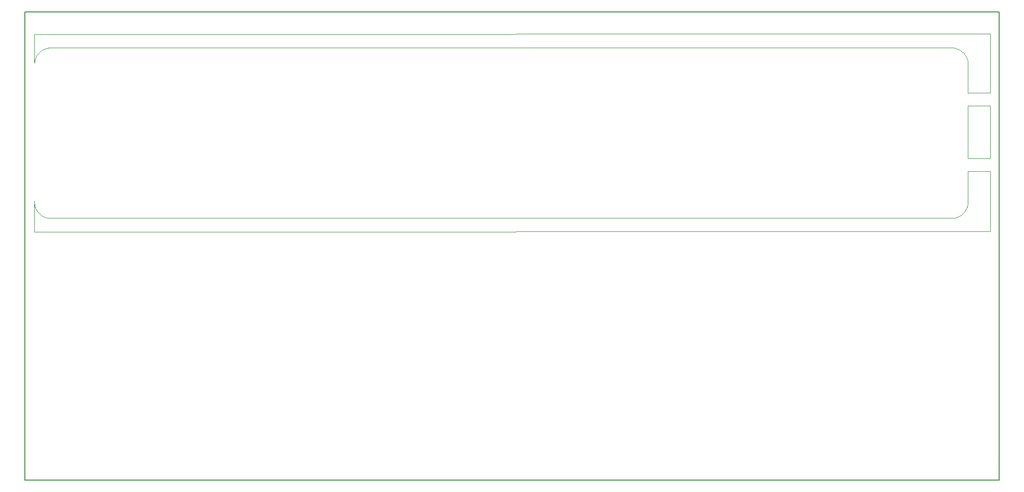
<source format=gbr>
G04 #@! TF.GenerationSoftware,KiCad,Pcbnew,5.0.0-fee4fd1~66~ubuntu16.04.1*
G04 #@! TF.CreationDate,2018-08-13T02:01:31+01:00*
G04 #@! TF.ProjectId,ruler,72756C65722E6B696361645F70636200,rev?*
G04 #@! TF.SameCoordinates,Original*
G04 #@! TF.FileFunction,Profile,NP*
%FSLAX45Y45*%
G04 Gerber Fmt 4.5, Leading zero omitted, Abs format (unit mm)*
G04 Created by KiCad (PCBNEW 5.0.0-fee4fd1~66~ubuntu16.04.1) date Mon Aug 13 02:01:31 2018*
%MOMM*%
%LPD*%
G01*
G04 APERTURE LIST*
%ADD10C,0.150000*%
G04 #@! TA.AperFunction,NonConductor*
%ADD11C,0.100000*%
G04 #@! TD*
G04 APERTURE END LIST*
D10*
X22963000Y-16546000D02*
X6364000Y-16546000D01*
X6364000Y-8568000D02*
X22963000Y-8568000D01*
X6364000Y-16546000D02*
X6364000Y-8567999D01*
X22963000Y-8568000D02*
X22963000Y-16546000D01*
D11*
G04 #@! TO.C,DRAWING1*
X22429144Y-11284516D02*
X22429144Y-11284516D01*
X22429144Y-11794721D02*
X22429144Y-11284516D01*
X22427711Y-11824321D02*
X22429144Y-11794721D01*
X22423467Y-11853039D02*
X22427711Y-11824321D01*
X22416576Y-11880710D02*
X22423467Y-11853039D01*
X22407151Y-11907224D02*
X22416576Y-11880710D01*
X22395355Y-11932469D02*
X22407151Y-11907224D01*
X22381299Y-11956227D02*
X22395355Y-11932469D01*
X22365203Y-11978441D02*
X22381299Y-11956227D01*
X22347123Y-11998891D02*
X22365203Y-11978441D01*
X22327169Y-12017522D02*
X22347123Y-11998891D01*
X22305617Y-12034058D02*
X22327169Y-12017522D01*
X22282466Y-12048500D02*
X22305617Y-12034058D01*
X22257882Y-12060627D02*
X22282466Y-12048500D01*
X22232085Y-12070273D02*
X22257882Y-12060627D01*
X22205130Y-12077384D02*
X22232085Y-12070273D01*
X22177239Y-12081738D02*
X22205130Y-12077384D01*
X22148465Y-12083227D02*
X22177239Y-12081738D01*
X6804673Y-12083227D02*
X22148465Y-12083227D01*
X6775899Y-12081738D02*
X6804673Y-12083227D01*
X6747953Y-12077384D02*
X6775899Y-12081738D01*
X6720998Y-12070273D02*
X6747953Y-12077384D01*
X6695201Y-12060627D02*
X6720998Y-12070273D01*
X6670672Y-12048500D02*
X6695201Y-12060627D01*
X6647521Y-12034058D02*
X6670672Y-12048500D01*
X6625914Y-12017522D02*
X6647521Y-12034058D01*
X6606015Y-11998891D02*
X6625914Y-12017522D01*
X6587935Y-11978441D02*
X6606015Y-11998891D01*
X6571784Y-11956227D02*
X6587935Y-11978441D01*
X6557783Y-11932469D02*
X6571784Y-11956227D01*
X6545987Y-11907224D02*
X6557783Y-11932469D01*
X6536562Y-11880710D02*
X6545987Y-11907224D01*
X6529671Y-11853039D02*
X6536562Y-11880710D01*
X6525427Y-11824321D02*
X6529671Y-11853039D01*
X6523994Y-11794721D02*
X6525427Y-11824321D01*
X6521954Y-12314406D02*
X6523994Y-11794721D01*
X22808876Y-12306193D02*
X6521954Y-12314406D01*
X22808876Y-11284516D02*
X22808876Y-12306193D01*
X22429144Y-11284516D02*
X22808876Y-11284516D01*
X22429144Y-10167027D02*
X22429144Y-10167027D01*
X22429144Y-11060109D02*
X22429144Y-10167027D01*
X22808876Y-11060109D02*
X22429144Y-11060109D01*
X22808876Y-10167027D02*
X22808876Y-11060109D01*
X22429144Y-10167027D02*
X22808876Y-10167027D01*
X22808876Y-8938654D02*
X22808876Y-8938654D01*
X6521954Y-8946867D02*
X22808876Y-8938654D01*
X6525427Y-9436953D02*
X6521954Y-8946867D01*
X6529671Y-9408234D02*
X6525427Y-9436953D01*
X6536562Y-9380563D02*
X6529671Y-9408234D01*
X6545987Y-9354050D02*
X6536562Y-9380563D01*
X6557783Y-9328804D02*
X6545987Y-9354050D01*
X6571784Y-9305047D02*
X6557783Y-9328804D01*
X6587935Y-9282833D02*
X6571784Y-9305047D01*
X6606015Y-9262383D02*
X6587935Y-9282833D01*
X6625914Y-9243752D02*
X6606015Y-9262383D01*
X6647521Y-9227215D02*
X6625914Y-9243752D01*
X6670672Y-9212773D02*
X6647521Y-9227215D01*
X6695201Y-9200647D02*
X6670672Y-9212773D01*
X6720998Y-9191000D02*
X6695201Y-9200647D01*
X6747953Y-9183890D02*
X6720998Y-9191000D01*
X6775899Y-9179535D02*
X6747953Y-9183890D01*
X6804673Y-9178047D02*
X6775899Y-9179535D01*
X22148465Y-9178047D02*
X6804673Y-9178047D01*
X22177239Y-9179535D02*
X22148465Y-9178047D01*
X22205130Y-9183890D02*
X22177239Y-9179535D01*
X22232085Y-9191000D02*
X22205130Y-9183890D01*
X22257882Y-9200647D02*
X22232085Y-9191000D01*
X22282466Y-9212773D02*
X22257882Y-9200647D01*
X22305617Y-9227215D02*
X22282466Y-9212773D01*
X22327169Y-9243752D02*
X22305617Y-9227215D01*
X22347123Y-9262383D02*
X22327169Y-9243752D01*
X22365203Y-9282833D02*
X22347123Y-9262383D01*
X22381299Y-9305047D02*
X22365203Y-9282833D01*
X22395355Y-9328804D02*
X22381299Y-9305047D01*
X22407151Y-9354050D02*
X22395355Y-9328804D01*
X22416576Y-9380563D02*
X22407151Y-9354050D01*
X22423467Y-9408234D02*
X22416576Y-9380563D01*
X22427711Y-9436953D02*
X22423467Y-9408234D01*
X22429144Y-9466498D02*
X22427711Y-9436953D01*
X22429144Y-9949803D02*
X22429144Y-9466498D01*
X22808876Y-9949803D02*
X22429144Y-9949803D01*
X22808876Y-8938654D02*
X22808876Y-9949803D01*
G04 #@! TD*
M02*

</source>
